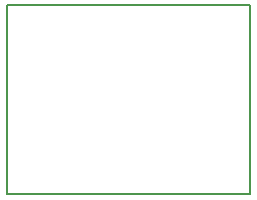
<source format=gbr>
G04 #@! TF.FileFunction,Profile,NP*
%FSLAX46Y46*%
G04 Gerber Fmt 4.6, Leading zero omitted, Abs format (unit mm)*
G04 Created by KiCad (PCBNEW 4.0.1-stable) date 11/5/2016 5:28:01 PM*
%MOMM*%
G01*
G04 APERTURE LIST*
%ADD10C,0.100000*%
%ADD11C,0.150000*%
G04 APERTURE END LIST*
D10*
D11*
X135382000Y-96774000D02*
X135382000Y-112776000D01*
X155956000Y-112776000D02*
X135382000Y-112776000D01*
X155956000Y-96774000D02*
X155956000Y-112776000D01*
X135382000Y-96774000D02*
X155956000Y-96774000D01*
M02*

</source>
